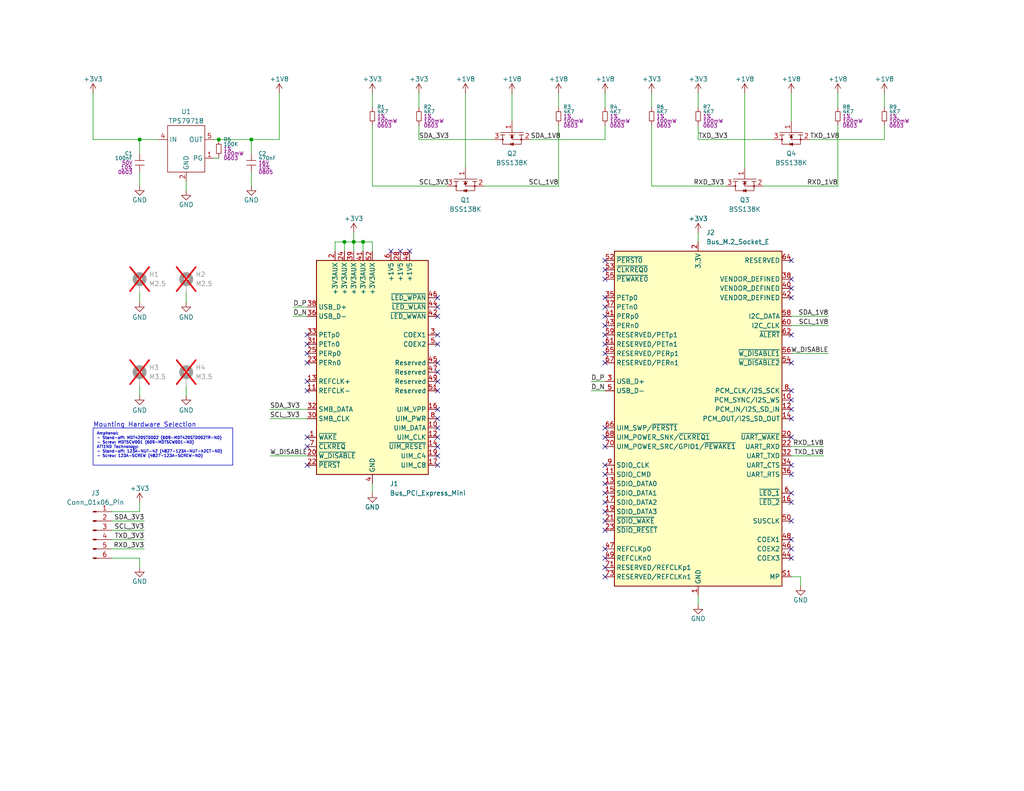
<source format=kicad_sch>
(kicad_sch (version 20250114) (generator "eeschema") (generator_version "9.0")
  (paper "USLetter")
  (lib_symbols
    (symbol "lib_sch:+1V8" (power) (pin_numbers (hide yes)) (pin_names (offset 0) (hide yes))
      (property "Value" "+1V8" (at 0 3.556 0))
      (symbol "+1V8_0_1"
        (polyline (pts (xy -0.762 1.27) (xy 0 2.54)))
        (polyline (pts (xy 0 2.54) (xy 0.762 1.27)))
        (polyline (pts (xy 0 0) (xy 0 2.54)))
      )
      (symbol "+1V8_1_1"
        (pin power_in line (at 0 0 90) (length 0) (name "~") (number "1"))
      )
    )
    (symbol "lib_sch:+3V3" (power) (pin_numbers (hide yes)) (pin_names (offset 0) (hide yes))
      (property "Value" "+3V3" (at 0 3.556 0))
      (symbol "+3V3_0_1"
        (polyline (pts (xy -0.762 1.27) (xy 0 2.54)))
        (polyline (pts (xy 0 2.54) (xy 0.762 1.27)))
        (polyline (pts (xy 0 0) (xy 0 2.54)))
      )
      (symbol "+3V3_1_1"
        (pin power_in line (at 0 0 90) (length 0) (name "~") (number "1"))
      )
    )
    (symbol "lib_sch:Bus_M.2_Socket_E"
      (property "Reference" "J2" (at 2.1941 50.8 0))
      (property "Value" "Bus_M.2_Socket_E" (at 2.1941 48.26 0))
      (symbol "Bus_M.2_Socket_E_0_1"
        (rectangle (start -22.86 45.72) (end 22.86 -45.72) (stroke (width 0.254)) (fill (type background)))
      )
      (symbol "Bus_M.2_Socket_E_1_1"
        (pin output line (at -25.4 43.18 0) (length 2.54) (name "~{PERST0}") (number "52"))
        (pin bidirectional line (at -25.4 40.64 0) (length 2.54) (name "~{CLKREQ0}") (number "53"))
        (pin bidirectional line (at -25.4 38.1 0) (length 2.54) (name "~{PEWAKE0}") (number "55"))
        (pin output line (at -25.4 33.02 0) (length 2.54) (name "PETp0") (number "35"))
        (pin output line (at -25.4 30.48 0) (length 2.54) (name "PETn0") (number "37"))
        (pin input line (at -25.4 27.94 0) (length 2.54) (name "PERp0") (number "41"))
        (pin input line (at -25.4 25.4 0) (length 2.54) (name "PERn0") (number "43"))
        (pin output line (at -25.4 22.86 0) (length 2.54) (name "RESERVED/PETp1") (number "59"))
        (pin output line (at -25.4 20.32 0) (length 2.54) (name "RESERVED/PETn1") (number "61"))
        (pin input line (at -25.4 17.78 0) (length 2.54) (name "RESERVED/PERp1") (number "65"))
        (pin input line (at -25.4 15.24 0) (length 2.54) (name "RESERVED/PERn1") (number "67"))
        (pin bidirectional line (at -25.4 10.16 0) (length 2.54) (name "USB_D+") (number "3"))
        (pin bidirectional line (at -25.4 7.62 0) (length 2.54) (name "USB_D-") (number "5"))
        (pin output line (at -25.4 -2.54 0) (length 2.54) (name "UIM_SWP/~{PERST1}") (number "66"))
        (pin bidirectional line (at -25.4 -5.08 0) (length 2.54) (name "UIM_POWER_SNK/~{CLKREQ1}") (number "68"))
        (pin bidirectional line (at -25.4 -7.62 0) (length 2.54) (name "UIM_POWER_SRC/GPIO1/~{PEWAKE1}") (number "70"))
        (pin output line (at -25.4 -12.7 0) (length 2.54) (name "SDIO_CLK") (number "9"))
        (pin bidirectional line (at -25.4 -15.24 0) (length 2.54) (name "SDIO_CMD") (number "11"))
        (pin bidirectional line (at -25.4 -17.78 0) (length 2.54) (name "SDIO_DATA0") (number "13"))
        (pin bidirectional line (at -25.4 -20.32 0) (length 2.54) (name "SDIO_DATA1") (number "15"))
        (pin bidirectional line (at -25.4 -22.86 0) (length 2.54) (name "SDIO_DATA2") (number "17"))
        (pin bidirectional line (at -25.4 -25.4 0) (length 2.54) (name "SDIO_DATA3") (number "19"))
        (pin input line (at -25.4 -27.94 0) (length 2.54) (name "~{SDIO_WAKE}") (number "21"))
        (pin output line (at -25.4 -30.48 0) (length 2.54) (name "~{SDIO_RESET}") (number "23"))
        (pin output line (at -25.4 -35.56 0) (length 2.54) (name "REFCLKp0") (number "47"))
        (pin output line (at -25.4 -38.1 0) (length 2.54) (name "REFCLKn0") (number "49"))
        (pin output line (at -25.4 -40.64 0) (length 2.54) (name "RESERVED/REFCLKp1") (number "71"))
        (pin output line (at -25.4 -43.18 0) (length 2.54) (name "RESERVED/REFCLKn1") (number "73"))
        (pin power_in line (at 0 48.26 270) (length 2.54) (name "3.3V") (number "2"))
        (pin passive line (at 0 48.26 270) (length 2.54) (hide yes) (name "3.3V") (number "4"))
        (pin passive line (at 0 48.26 270) (length 2.54) (hide yes) (name "3.3V") (number "72"))
        (pin passive line (at 0 48.26 270) (length 2.54) (hide yes) (name "3.3V") (number "74"))
        (pin power_in line (at 0 -48.26 90) (length 2.54) (name "GND") (number "1"))
        (pin passive line (at 0 -48.26 90) (length 2.54) (hide yes) (name "GND") (number "18"))
        (pin passive line (at 0 -48.26 90) (length 2.54) (hide yes) (name "GND") (number "33"))
        (pin passive line (at 0 -48.26 90) (length 2.54) (hide yes) (name "GND") (number "39"))
        (pin passive line (at 0 -48.26 90) (length 2.54) (hide yes) (name "GND") (number "45"))
        (pin passive line (at 0 -48.26 90) (length 2.54) (hide yes) (name "GND") (number "51"))
        (pin passive line (at 0 -48.26 90) (length 2.54) (hide yes) (name "GND") (number "57"))
        (pin passive line (at 0 -48.26 90) (length 2.54) (hide yes) (name "GND") (number "63"))
        (pin passive line (at 0 -48.26 90) (length 2.54) (hide yes) (name "GND") (number "69"))
        (pin passive line (at 0 -48.26 90) (length 2.54) (hide yes) (name "GND") (number "7"))
        (pin passive line (at 0 -48.26 90) (length 2.54) (hide yes) (name "GND") (number "75"))
        (pin passive line (at 25.4 43.18 180) (length 2.54) (name "RESERVED") (number "64"))
        (pin passive line (at 25.4 38.1 180) (length 2.54) (name "VENDOR_DEFINED") (number "38"))
        (pin passive line (at 25.4 35.56 180) (length 2.54) (name "VENDOR_DEFINED") (number "40"))
        (pin passive line (at 25.4 33.02 180) (length 2.54) (name "VENDOR_DEFINED") (number "42"))
        (pin bidirectional line (at 25.4 27.94 180) (length 2.54) (name "I2C_DATA") (number "58"))
        (pin output line (at 25.4 25.4 180) (length 2.54) (name "I2C_CLK") (number "60"))
        (pin input line (at 25.4 22.86 180) (length 2.54) (name "~{ALERT}") (number "62"))
        (pin output line (at 25.4 17.78 180) (length 2.54) (name "~{W_DISABLE1}") (number "56"))
        (pin output line (at 25.4 15.24 180) (length 2.54) (name "~{W_DISABLE2}") (number "54"))
        (pin bidirectional line (at 25.4 7.62 180) (length 2.54) (name "PCM_CLK/I2S_SCK") (number "8"))
        (pin bidirectional line (at 25.4 5.08 180) (length 2.54) (name "PCM_SYNC/I2S_WS") (number "10"))
        (pin input line (at 25.4 2.54 180) (length 2.54) (name "PCM_IN/I2S_SD_IN") (number "12"))
        (pin output line (at 25.4 0 180) (length 2.54) (name "PCM_OUT/I2S_SD_OUT") (number "14"))
        (pin input line (at 25.4 -5.08 180) (length 2.54) (name "~{UART_WAKE}") (number "20"))
        (pin input line (at 25.4 -7.62 180) (length 2.54) (name "UART_RXD") (number "22"))
        (pin output line (at 25.4 -10.16 180) (length 2.54) (name "UART_TXD") (number "32"))
        (pin input line (at 25.4 -12.7 180) (length 2.54) (name "UART_CTS") (number "34"))
        (pin output line (at 25.4 -15.24 180) (length 2.54) (name "UART_RTS") (number "36"))
        (pin open_collector line (at 25.4 -20.32 180) (length 2.54) (name "~{LED_1}") (number "6"))
        (pin open_collector line (at 25.4 -22.86 180) (length 2.54) (name "~{LED_2}") (number "16"))
        (pin output line (at 25.4 -27.94 180) (length 2.54) (name "SUSCLK") (number "50"))
        (pin bidirectional line (at 25.4 -33.02 180) (length 2.54) (name "COEX1") (number "48"))
        (pin bidirectional line (at 25.4 -35.56 180) (length 2.54) (name "COEX2") (number "46"))
        (pin bidirectional line (at 25.4 -38.1 180) (length 2.54) (name "COEX3") (number "44"))
        (pin passive line (at 25.4 -43.18 180) (length 2.54) (name "MP") (number "S1"))
        (pin passive line (at 25.4 -43.18 180) (length 2.54) (hide yes) (name "MP") (number "S2"))
      )
    )
    (symbol "lib_sch:Bus_PCI_Express_Mini"
      (property "Reference" "J" (at -16.51 31.75 0))
      (property "Value" "Bus_PCI_Express_Mini" (at 22.86 31.75 0))
      (symbol "Bus_PCI_Express_Mini_0_1"
        (rectangle (start -15.24 30.48) (end 15.24 -27.94) (stroke (width 0.254)) (fill (type background)))
      )
      (symbol "Bus_PCI_Express_Mini_1_1"
        (pin bidirectional line (at -17.78 17.78 0) (length 2.54) (name "USB_D+") (number "38"))
        (pin bidirectional line (at -17.78 15.24 0) (length 2.54) (name "USB_D-") (number "36"))
        (pin input line (at -17.78 10.16 0) (length 2.54) (name "PETp0") (number "33"))
        (pin input line (at -17.78 7.62 0) (length 2.54) (name "PETn0") (number "31"))
        (pin output line (at -17.78 5.08 0) (length 2.54) (name "PERp0") (number "25"))
        (pin output line (at -17.78 2.54 0) (length 2.54) (name "PERn0") (number "23"))
        (pin input line (at -17.78 -2.54 0) (length 2.54) (name "REFCLK+") (number "13"))
        (pin input line (at -17.78 -5.08 0) (length 2.54) (name "REFCLK-") (number "11"))
        (pin bidirectional line (at -17.78 -10.16 0) (length 2.54) (name "SMB_DATA") (number "32"))
        (pin input line (at -17.78 -12.7 0) (length 2.54) (name "SMB_CLK") (number "30"))
        (pin open_collector line (at -17.78 -17.78 0) (length 2.54) (name "~{WAKE}") (number "1"))
        (pin open_collector line (at -17.78 -20.32 0) (length 2.54) (name "~{CLKREQ}") (number "7"))
        (pin input line (at -17.78 -22.86 0) (length 2.54) (name "~{W_DISABLE}") (number "20"))
        (pin input line (at -17.78 -25.4 0) (length 2.54) (name "~{PERST}") (number "22"))
        (pin power_in line (at -10.16 33.02 270) (length 2.54) (name "+3V3AUX") (number "2"))
        (pin power_in line (at -7.62 33.02 270) (length 2.54) (name "+3V3AUX") (number "24"))
        (pin power_in line (at -5.08 33.02 270) (length 2.54) (name "+3V3AUX") (number "39"))
        (pin power_in line (at -2.54 33.02 270) (length 2.54) (name "+3V3AUX") (number "41"))
        (pin power_in line (at 0 33.02 270) (length 2.54) (name "+3V3AUX") (number "52"))
        (pin passive line (at 0 -30.48 90) (length 2.54) (hide yes) (name "GND") (number "15"))
        (pin passive line (at 0 -30.48 90) (length 2.54) (hide yes) (name "GND") (number "18"))
        (pin passive line (at 0 -30.48 90) (length 2.54) (hide yes) (name "GND") (number "21"))
        (pin passive line (at 0 -30.48 90) (length 2.54) (hide yes) (name "GND") (number "26"))
        (pin passive line (at 0 -30.48 90) (length 2.54) (hide yes) (name "GND") (number "27"))
        (pin passive line (at 0 -30.48 90) (length 2.54) (hide yes) (name "GND") (number "29"))
        (pin passive line (at 0 -30.48 90) (length 2.54) (hide yes) (name "GND") (number "34"))
        (pin passive line (at 0 -30.48 90) (length 2.54) (hide yes) (name "GND") (number "35"))
        (pin passive line (at 0 -30.48 90) (length 2.54) (hide yes) (name "GND") (number "37"))
        (pin power_in line (at 0 -30.48 90) (length 2.54) (name "GND") (number "4"))
        (pin passive line (at 0 -30.48 90) (length 2.54) (hide yes) (name "GND") (number "40"))
        (pin passive line (at 0 -30.48 90) (length 2.54) (hide yes) (name "GND") (number "43"))
        (pin passive line (at 0 -30.48 90) (length 2.54) (hide yes) (name "GND") (number "50"))
        (pin passive line (at 0 -30.48 90) (length 2.54) (hide yes) (name "GND") (number "9"))
        (pin power_in line (at 5.08 33.02 270) (length 2.54) (name "+1V5") (number "6"))
        (pin power_in line (at 7.62 33.02 270) (length 2.54) (name "+1V5") (number "28"))
        (pin power_in line (at 10.16 33.02 270) (length 2.54) (name "+1V5") (number "48"))
        (pin open_collector line (at 17.78 20.32 180) (length 2.54) (name "~{LED_WPAN}") (number "46"))
        (pin open_collector line (at 17.78 17.78 180) (length 2.54) (name "~{LED_WLAN}") (number "44"))
        (pin open_collector line (at 17.78 15.24 180) (length 2.54) (name "~{LED_WWAN}") (number "42"))
        (pin passive line (at 17.78 10.16 180) (length 2.54) (name "COEX1") (number "3"))
        (pin passive line (at 17.78 7.62 180) (length 2.54) (name "COEX2") (number "5"))
        (pin passive line (at 17.78 2.54 180) (length 2.54) (name "Reserved") (number "45"))
        (pin passive line (at 17.78 0 180) (length 2.54) (name "Reserved") (number "47"))
        (pin passive line (at 17.78 -2.54 180) (length 2.54) (name "Reserved") (number "49"))
        (pin passive line (at 17.78 -5.08 180) (length 2.54) (name "Reserved") (number "51"))
        (pin power_out line (at 17.78 -10.16 180) (length 2.54) (name "UIM_VPP") (number "16"))
        (pin power_out line (at 17.78 -12.7 180) (length 2.54) (name "UIM_PWR") (number "8"))
        (pin bidirectional line (at 17.78 -15.24 180) (length 2.54) (name "UIM_DATA") (number "10"))
        (pin output line (at 17.78 -17.78 180) (length 2.54) (name "UIM_CLK") (number "12"))
        (pin output line (at 17.78 -20.32 180) (length 2.54) (name "~{UIM_RESET}") (number "14"))
        (pin passive line (at 17.78 -22.86 180) (length 2.54) (name "UIM_C4") (number "19"))
        (pin passive line (at 17.78 -25.4 180) (length 2.54) (name "UIM_C8") (number "17"))
      )
    )
    (symbol "lib_sch:C" (pin_numbers (hide yes)) (pin_names (hide yes))
      (property "Reference" "C?" (at 1.905 2.54 0))
      (property "Value" "CAP" (at 1.905 1.27 0))
      (property "Tolerance" "TOL" (at 1.905 -1.27 0))
      (property "Voltage Rating" "VOLTAGE" (at 1.905 0 0))
      (property "Package" "PKG" (at 1.905 -2.54 0))
      (symbol "C_0_1"
        (polyline (pts (xy -1.27 0.635) (xy 1.27 0.635)))
        (polyline (pts (xy -1.27 -0.635) (xy 1.27 -0.635)))
      )
      (symbol "C_1_1"
        (pin passive line (at 0 2.54 270) (length 1.905) (name "") (number "1"))
        (pin passive line (at 0 -2.54 90) (length 1.905) (name "") (number "2"))
      )
    )
    (symbol "lib_sch:Conn_01x06_Pin" (pin_names (offset 1.016) (hide yes))
      (property "Reference" "J" (at 0 7.62 0))
      (property "Value" "Conn_01x06_Pin" (at 0 -10.16 0))
      (symbol "Conn_01x06_Pin_1_1"
        (rectangle (start 0.8636 5.207) (end 0 4.953) (stroke (width 0.1524)) (fill (type outline)))
        (rectangle (start 0.8636 2.667) (end 0 2.413) (stroke (width 0.1524)) (fill (type outline)))
        (rectangle (start 0.8636 0.127) (end 0 -0.127) (stroke (width 0.1524)) (fill (type outline)))
        (rectangle (start 0.8636 -2.413) (end 0 -2.667) (stroke (width 0.1524)) (fill (type outline)))
        (rectangle (start 0.8636 -4.953) (end 0 -5.207) (stroke (width 0.1524)) (fill (type outline)))
        (rectangle (start 0.8636 -7.493) (end 0 -7.747) (stroke (width 0.1524)) (fill (type outline)))
        (polyline (pts (xy 1.27 5.08) (xy 0.8636 5.08)) (stroke (width 0.1524)))
        (polyline (pts (xy 1.27 2.54) (xy 0.8636 2.54)) (stroke (width 0.1524)))
        (polyline (pts (xy 1.27 0) (xy 0.8636 0)) (stroke (width 0.1524)))
        (polyline (pts (xy 1.27 -2.54) (xy 0.8636 -2.54)) (stroke (width 0.1524)))
        (polyline (pts (xy 1.27 -5.08) (xy 0.8636 -5.08)) (stroke (width 0.1524)))
        (polyline (pts (xy 1.27 -7.62) (xy 0.8636 -7.62)) (stroke (width 0.1524)))
        (pin passive line (at 5.08 5.08 180) (length 3.81) (name "Pin_1") (number "1"))
        (pin passive line (at 5.08 2.54 180) (length 3.81) (name "Pin_2") (number "2"))
        (pin passive line (at 5.08 0 180) (length 3.81) (name "Pin_3") (number "3"))
        (pin passive line (at 5.08 -2.54 180) (length 3.81) (name "Pin_4") (number "4"))
        (pin passive line (at 5.08 -5.08 180) (length 3.81) (name "Pin_5") (number "5"))
        (pin passive line (at 5.08 -7.62 180) (length 3.81) (name "Pin_6") (number "6"))
      )
    )
    (symbol "lib_sch:GND" (power) (pin_numbers (hide yes)) (pin_names (offset 0) (hide yes))
      (property "Value" "GND" (at 0 -3.81 0))
      (symbol "GND_0_1"
        (polyline (pts (xy 0 0) (xy 0 -1.27) (xy 1.27 -1.27) (xy 0 -2.54) (xy -1.27 -1.27) (xy 0 -1.27)))
      )
      (symbol "GND_1_1"
        (pin power_in line (at 0 0 270) (length 0) (name "~") (number "1"))
      )
    )
    (symbol "lib_sch:MountingHole_Pad" (pin_numbers (hide yes)) (pin_names (offset 1.016) (hide yes)) (exclude_from_sim yes) (in_bom no)
      (property "Reference" "H1" (at 2.54 2.5401 0))
      (property "Value" "M2.6" (at 2.54 0.0001 0))
      (symbol "MountingHole_Pad_0_1"
        (circle (center 0 1.27) (radius 1.27) (stroke (width 1.27)))
      )
      (symbol "MountingHole_Pad_1_1"
        (pin input line (at 0 -2.54 90) (length 2.54) (name "1") (number "1"))
      )
    )
    (symbol "lib_sch:NMOS_GSD" (pin_names (hide yes))
      (property "Reference" "Q" (at 0 1.778 0))
      (symbol "NMOS_GSD_0_1"
        (polyline (pts (xy -3.175 -1.27) (xy -1.905 -1.27)))
        (polyline (pts (xy -2.54 -1.27) (xy -2.54 0) (xy -3.175 0)))
        (polyline (pts (xy -0.635 -1.27) (xy 0.635 -1.27)))
        (polyline (pts (xy 0 0) (xy 0 -0.508)))
        (polyline (pts (xy 1.905 -1.27) (xy 3.175 -1.27)))
        (polyline (pts (xy 2.54 -1.27) (xy 2.54 0) (xy 3.175 0)))
      )
      (symbol "NMOS_GSD_1_0"
        (pin passive line (at -5.08 0 0) (length 1.905) (name "") (number "3"))
        (pin passive line (at 0 -5.08 90) (length 3.175) (name "") (number "1"))
        (pin passive line (at 5.08 0 180) (length 1.905) (name "") (number "2"))
      )
      (symbol "NMOS_GSD_1_1"
        (polyline (pts (xy -3.175 -1.905) (xy 3.175 -1.905)))
        (circle (center -2.54 0) (radius 0.1796) (fill (type outline)))
        (polyline (pts (xy -2.54 0) (xy -2.54 1.27) (xy -0.381 1.27)))
        (polyline (pts (xy -0.381 1.651) (xy -0.381 0.889)))
        (polyline (pts (xy -0.381 1.27) (xy 0.381 0.889) (xy 0.381 1.651) (xy -0.381 1.27)) (fill (type outline)))
        (polyline (pts (xy 0 0) (xy 2.54 0)))
        (polyline (pts (xy 0 -1.27) (xy 0.381 -0.508) (xy -0.381 -0.508) (xy 0 -1.27)) (fill (type outline)))
        (polyline (pts (xy 0.381 1.27) (xy 2.54 1.27) (xy 2.54 0)))
        (circle (center 2.54 0) (radius 0.1796) (fill (type outline)))
      )
    )
    (symbol "lib_sch:R"
      (property "Reference" "R?" (at 1.27 2.54 0))
      (property "Value" "VAL" (at 1.27 1.27 0))
      (property "Tolerance" "TOL" (at 1.27 0 0))
      (property "Power Rating" "PWR" (at 1.27 -1.27 0))
      (property "Package" "PKG" (at 1.27 -2.54 0))
      (symbol "R_0_1"
        (polyline (pts (xy -0.635 1.27) (xy -0.635 -1.27) (xy 0.635 -1.27) (xy 0.635 1.27) (xy -0.635 1.27)))
      )
      (symbol "R_1_1"
        (pin passive line (at 0 2.54 270) (length 1.27) (name "") (number "1"))
        (pin passive line (at 0 -2.54 90) (length 1.27) (name "") (number "2"))
      )
    )
    (symbol "lib_sch:TPS797xx-Q1"
      (property "Reference" "U" (at 0 7.366 0))
      (symbol "TPS797xx-Q1_0_1"
        (rectangle (start -5.08 6.35) (end 5.08 -6.35))
      )
      (symbol "TPS797xx-Q1_1_1"
        (pin power_in line (at -7.62 2.54 0) (length 2.54) (name "IN") (number "4"))
        (pin no_connect line (at -7.62 -2.54 0) (length 2.54) (hide yes) (name "NC") (number "3"))
        (pin passive line (at 0 -8.89 90) (length 2.54) (name "GND") (number "2"))
        (pin power_out line (at 7.62 2.54 180) (length 2.54) (name "OUT") (number "5"))
        (pin open_collector line (at 7.62 -2.54 180) (length 2.54) (name "PG") (number "1"))
      )
    )
  )
  (text "Mounting Hardware Selection" (at 25.4 116.84 0) (effects (font (size 1.27 1.27)) (justify left bottom)))
  (text_box "Amphenol:\n- Stand-off: MDT420STD002 (609-MDT420STD002TR-ND)\n- Screw: MDTSCW001 (609-MDTSCW001-ND)\nATTEND Technology: \n- Stand-off: 123A-NUT-42 (4827-123A-NUT-42CT-ND)\n- Screw: 123A-SCREW (4827-123A-SCREW-ND)" (at 25.4 116.84 0) (size 38.1 10.16) (margins 0.9525 0.9525 0.9525 0.9525) (effects (font (size 0.762 0.762)) (justify left top)))
  (junction (at 59.69 38.1))
  (junction (at 96.52 66.04))
  (junction (at 93.98 66.04))
  (junction (at 68.58 38.1))
  (junction (at 38.1 38.1))
  (junction (at 99.06 66.04))
  (no_connect (at 119.38 93.98))
  (no_connect (at 165.1 127))
  (no_connect (at 165.1 119.38))
  (no_connect (at 119.38 116.84))
  (no_connect (at 165.1 142.24))
  (no_connect (at 215.9 114.3))
  (no_connect (at 215.9 99.06))
  (no_connect (at 119.38 91.44))
  (no_connect (at 165.1 76.2))
  (no_connect (at 165.1 86.36))
  (no_connect (at 165.1 93.98))
  (no_connect (at 119.38 101.6))
  (no_connect (at 165.1 116.84))
  (no_connect (at 165.1 99.06))
  (no_connect (at 165.1 73.66))
  (no_connect (at 165.1 149.86))
  (no_connect (at 165.1 134.62))
  (no_connect (at 165.1 132.08))
  (no_connect (at 215.9 91.44))
  (no_connect (at 215.9 71.12))
  (no_connect (at 83.82 96.52))
  (no_connect (at 119.38 86.36))
  (no_connect (at 215.9 152.4))
  (no_connect (at 215.9 129.54))
  (no_connect (at 106.68 68.58))
  (no_connect (at 119.38 121.92))
  (no_connect (at 215.9 127))
  (no_connect (at 83.82 127))
  (no_connect (at 165.1 71.12))
  (no_connect (at 119.38 81.28))
  (no_connect (at 215.9 81.28))
  (no_connect (at 165.1 139.7))
  (no_connect (at 165.1 91.44))
  (no_connect (at 83.82 99.06))
  (no_connect (at 165.1 144.78))
  (no_connect (at 165.1 157.48))
  (no_connect (at 165.1 121.92))
  (no_connect (at 165.1 152.4))
  (no_connect (at 119.38 106.68))
  (no_connect (at 111.76 68.58))
  (no_connect (at 165.1 137.16))
  (no_connect (at 165.1 129.54))
  (no_connect (at 83.82 119.38))
  (no_connect (at 215.9 119.38))
  (no_connect (at 119.38 99.06))
  (no_connect (at 109.22 68.58))
  (no_connect (at 215.9 78.74))
  (no_connect (at 215.9 76.2))
  (no_connect (at 165.1 88.9))
  (no_connect (at 215.9 109.22))
  (no_connect (at 119.38 124.46))
  (no_connect (at 119.38 127))
  (no_connect (at 165.1 83.82))
  (no_connect (at 119.38 119.38))
  (no_connect (at 83.82 93.98))
  (no_connect (at 215.9 137.16))
  (no_connect (at 215.9 106.68))
  (no_connect (at 215.9 111.76))
  (no_connect (at 119.38 104.14))
  (no_connect (at 119.38 114.3))
  (no_connect (at 215.9 134.62))
  (no_connect (at 83.82 104.14))
  (no_connect (at 215.9 142.24))
  (no_connect (at 119.38 111.76))
  (no_connect (at 119.38 83.82))
  (no_connect (at 83.82 91.44))
  (no_connect (at 215.9 147.32))
  (no_connect (at 215.9 149.86))
  (no_connect (at 83.82 106.68))
  (no_connect (at 83.82 121.92))
  (no_connect (at 165.1 96.52))
  (no_connect (at 165.1 154.94))
  (no_connect (at 165.1 81.28))
  (wire (pts (xy 30.48 147.32) (xy 39.37 147.32)))
  (wire (pts (xy 93.98 66.04) (xy 93.98 68.58)))
  (wire (pts (xy 190.5 162.56) (xy 190.5 165.1)))
  (wire (pts (xy 38.1 38.1) (xy 38.1 41.91)))
  (wire (pts (xy 96.52 66.04) (xy 99.06 66.04)))
  (wire (pts (xy 76.2 25.4) (xy 76.2 38.1)))
  (wire (pts (xy 30.48 144.78) (xy 39.37 144.78)))
  (wire (pts (xy 38.1 38.1) (xy 43.18 38.1)))
  (wire (pts (xy 58.42 43.18) (xy 59.69 43.18)))
  (wire (pts (xy 25.4 38.1) (xy 25.4 25.4)))
  (wire (pts (xy 73.66 124.46) (xy 83.82 124.46)))
  (wire (pts (xy 50.8 80.01) (xy 50.8 82.55)))
  (wire (pts (xy 177.8 25.4) (xy 177.8 29.21)))
  (wire (pts (xy 139.7 25.4) (xy 139.7 33.02)))
  (wire (pts (xy 228.6 50.8) (xy 208.28 50.8)))
  (wire (pts (xy 101.6 68.58) (xy 101.6 66.04)))
  (wire (pts (xy 101.6 25.4) (xy 101.6 29.21)))
  (wire (pts (xy 215.9 96.52) (xy 226.06 96.52)))
  (wire (pts (xy 101.6 132.08) (xy 101.6 134.62)))
  (wire (pts (xy 241.3 25.4) (xy 241.3 29.21)))
  (wire (pts (xy 215.9 86.36) (xy 226.06 86.36)))
  (wire (pts (xy 127 25.4) (xy 127 45.72)))
  (wire (pts (xy 38.1 137.16) (xy 38.1 139.7)))
  (wire (pts (xy 228.6 25.4) (xy 228.6 29.21)))
  (wire (pts (xy 68.58 46.99) (xy 68.58 50.8)))
  (wire (pts (xy 218.44 160.02) (xy 218.44 157.48)))
  (wire (pts (xy 190.5 38.1) (xy 190.5 34.29)))
  (wire (pts (xy 50.8 105.41) (xy 50.8 107.95)))
  (wire (pts (xy 134.62 38.1) (xy 114.3 38.1)))
  (wire (pts (xy 228.6 34.29) (xy 228.6 50.8)))
  (wire (pts (xy 161.29 106.68) (xy 165.1 106.68)))
  (wire (pts (xy 152.4 50.8) (xy 132.08 50.8)))
  (wire (pts (xy 241.3 38.1) (xy 241.3 34.29)))
  (wire (pts (xy 38.1 46.99) (xy 38.1 50.8)))
  (wire (pts (xy 215.9 121.92) (xy 224.79 121.92)))
  (wire (pts (xy 114.3 38.1) (xy 114.3 34.29)))
  (wire (pts (xy 144.78 38.1) (xy 165.1 38.1)))
  (wire (pts (xy 215.9 124.46) (xy 224.79 124.46)))
  (wire (pts (xy 203.2 25.4) (xy 203.2 45.72)))
  (wire (pts (xy 215.9 88.9) (xy 226.06 88.9)))
  (wire (pts (xy 96.52 68.58) (xy 96.52 66.04)))
  (wire (pts (xy 38.1 105.41) (xy 38.1 107.95)))
  (wire (pts (xy 220.98 38.1) (xy 241.3 38.1)))
  (wire (pts (xy 99.06 66.04) (xy 101.6 66.04)))
  (wire (pts (xy 38.1 80.01) (xy 38.1 82.55)))
  (wire (pts (xy 30.48 149.86) (xy 39.37 149.86)))
  (wire (pts (xy 59.69 38.1) (xy 68.58 38.1)))
  (wire (pts (xy 121.92 50.8) (xy 101.6 50.8)))
  (wire (pts (xy 114.3 25.4) (xy 114.3 29.21)))
  (wire (pts (xy 38.1 154.94) (xy 38.1 152.4)))
  (wire (pts (xy 218.44 157.48) (xy 215.9 157.48)))
  (wire (pts (xy 152.4 34.29) (xy 152.4 50.8)))
  (wire (pts (xy 30.48 142.24) (xy 39.37 142.24)))
  (wire (pts (xy 165.1 38.1) (xy 165.1 34.29)))
  (wire (pts (xy 152.4 25.4) (xy 152.4 29.21)))
  (wire (pts (xy 101.6 50.8) (xy 101.6 34.29)))
  (wire (pts (xy 99.06 68.58) (xy 99.06 66.04)))
  (wire (pts (xy 38.1 152.4) (xy 30.48 152.4)))
  (wire (pts (xy 80.01 86.36) (xy 83.82 86.36)))
  (wire (pts (xy 38.1 38.1) (xy 25.4 38.1)))
  (wire (pts (xy 58.42 38.1) (xy 59.69 38.1)))
  (wire (pts (xy 210.82 38.1) (xy 190.5 38.1)))
  (wire (pts (xy 91.44 66.04) (xy 93.98 66.04)))
  (wire (pts (xy 177.8 50.8) (xy 198.12 50.8)))
  (wire (pts (xy 190.5 63.5) (xy 190.5 66.04)))
  (wire (pts (xy 73.66 114.3) (xy 83.82 114.3)))
  (wire (pts (xy 161.29 104.14) (xy 165.1 104.14)))
  (wire (pts (xy 190.5 25.4) (xy 190.5 29.21)))
  (wire (pts (xy 215.9 25.4) (xy 215.9 33.02)))
  (wire (pts (xy 68.58 38.1) (xy 76.2 38.1)))
  (wire (pts (xy 96.52 63.5) (xy 96.52 66.04)))
  (wire (pts (xy 73.66 111.76) (xy 83.82 111.76)))
  (wire (pts (xy 80.01 83.82) (xy 83.82 83.82)))
  (wire (pts (xy 38.1 139.7) (xy 30.48 139.7)))
  (wire (pts (xy 91.44 68.58) (xy 91.44 66.04)))
  (wire (pts (xy 93.98 66.04) (xy 96.52 66.04)))
  (wire (pts (xy 68.58 38.1) (xy 68.58 41.91)))
  (wire (pts (xy 50.8 49.53) (xy 50.8 52.07)))
  (wire (pts (xy 177.8 50.8) (xy 177.8 34.29)))
  (wire (pts (xy 165.1 25.4) (xy 165.1 29.21)))
  (label "TXD_3V3" (at 190.5 38.1 0))
  (label "SCL_3V3" (at 39.37 144.78 180))
  (label "TXD_1V8" (at 220.98 38.1 0))
  (label "SDA_1V8" (at 226.06 86.36 180))
  (label "SCL_3V3" (at 73.66 114.3 0))
  (label "SCL_1V8" (at 152.4 50.8 180))
  (label "W_DISABLE" (at 226.06 96.52 180))
  (label "TXD_1V8" (at 224.79 124.46 180))
  (label "D_N" (at 80.01 86.36 0))
  (label "D_N" (at 161.29 106.68 0))
  (label "D_P" (at 161.29 104.14 0))
  (label "SDA_3V3" (at 39.37 142.24 180))
  (label "SCL_3V3" (at 114.3 50.8 0))
  (label "W_DISABLE" (at 73.66 124.46 0))
  (label "RXD_3V3" (at 39.37 149.86 180))
  (label "SDA_3V3" (at 114.3 38.1 0))
  (label "RXD_3V3" (at 189.23 50.8 0))
  (label "TXD_3V3" (at 39.37 147.32 180))
  (label "SDA_3V3" (at 73.66 111.76 0))
  (label "SDA_1V8" (at 144.78 38.1 0))
  (label "D_P" (at 80.01 83.82 0))
  (label "SCL_1V8" (at 226.06 88.9 180))
  (label "RXD_1V8" (at 228.6 50.8 180))
  (label "RXD_1V8" (at 224.79 121.92 180))
  (symbol (lib_id "lib_sch:NMOS_GSD") (at 139.7 38.1 0) (mirror x) (unit 1)
    (property "Reference" "Q2" (at 139.7 41.91 0))
    (property "Value" "BSS138K" (at 139.7 44.45 0))
    (property "Footprint" "lib_fp:SOT23-3P95_237X112L50X40N" (effects (hide yes)))
    (property "Datasheet" "datasheets/Diodes-Incorporated-BSS138K.pdf" (effects (hide yes)))
    (property "Description" "MOSFET N-CH 50V 310MA SOT23" (effects (hide yes)))
    (property "Manufacturer" "Diodes Incorporated" (effects (hide yes)))
    (property "MPN" "BSS138K-13" (effects (hide yes)))
    (property "DKPN" "BSS138K-13DICT-ND" (effects (hide yes)))
  )
  (symbol (lib_id "lib_sch:Bus_M.2_Socket_E") (at 190.5 114.3 0) (unit 1)
    (property "Reference" "J2" (at 192.6941 63.5 0) (effects (justify left)))
    (property "Value" "Bus_M.2_Socket_E" (at 192.6941 66.04 0) (effects (justify left)))
    (property "Footprint" "lib_fp:MDT420E01001" (effects (hide yes)))
    (property "Datasheet" "datasheets/Amphenol-SSIO-PCIe-M2-Drawing.pdf" (effects (hide yes)))
    (property "Description" "CONN M.2 FMALE 67POS 0.020 GOLD" (effects (hide yes)))
    (property "Manufacturer" "Amphenol ICC (FCI)" (effects (hide yes)))
    (property "MPN" "MDT420E01001" (effects (hide yes)))
    (property "DKPN" "MDT420E01001CT-ND" (effects (hide yes)))
  )
  (symbol (lib_id "lib_sch:+3V3") (at 25.4 25.4 0) (unit 1)
    (property "Reference" "#PWR012" (effects (hide yes)))
    (property "Value" "+3V3" (at 25.4 21.59 0))
    (property "Description" "Power symbol creates a global label with name \"+3V3\"" (effects (hide yes)))
  )
  (symbol (lib_id "lib_sch:+1V8") (at 241.3 25.4 0) (unit 1)
    (property "Reference" "#PWR026" (effects (hide yes)))
    (property "Value" "+1V8" (at 241.3 21.59 0))
    (property "Description" "Power symbol creates a global label with name \"+1V8\"" (effects (hide yes)))
  )
  (symbol (lib_id "lib_sch:GND") (at 38.1 50.8 0) (unit 1)
    (property "Reference" "#PWR014" (effects (hide yes)))
    (property "Value" "GND" (at 38.1 54.61 0))
    (property "Description" "Power symbol creates a global label with name \"GND\" , ground" (effects (hide yes)))
  )
  (symbol (lib_id "lib_sch:GND") (at 218.44 160.02 0) (unit 1)
    (property "Reference" "#PWR016" (effects (hide yes)))
    (property "Value" "GND" (at 218.44 163.83 0))
    (property "Description" "Power symbol creates a global label with name \"GND\" , ground" (effects (hide yes)))
  )
  (symbol (lib_id "lib_sch:R") (at 228.6 31.75 0) (unit 1)
    (property "Reference" "R8" (at 229.87 29.21 0) (effects (font (size 1.016 1.016)) (justify left)))
    (property "Value" "4K7" (at 229.87 30.48 0) (effects (font (size 1.016 1.016)) (justify left)))
    (property "Footprint" "lib_fp:CRCW0603" (effects (hide yes)))
    (property "Datasheet" "datasheets/Vishay-Dale-DRCWe3.pdf" (effects (hide yes)))
    (property "Description" "RES SMD 4.7K OHM 1% 1/10W 0603" (effects (hide yes)))
    (property "Manufacturer" "Vishay Dale" (effects (hide yes)))
    (property "MPN" "CRCW06034K70FKEA" (effects (hide yes)))
    (property "DKPN" "541-4.70KHCT-ND" (effects (hide yes)))
    (property "Tolerance" "1%" (at 229.87 31.75 0) (effects (font (size 1.016 1.016)) (justify left)))
    (property "Power Rating" "100mW" (at 229.87 33.02 0) (effects (font (size 1.016 1.016)) (justify left)))
    (property "Package" "0603" (at 229.87 34.29 0) (effects (font (size 1.016 1.016)) (justify left)))
  )
  (symbol (lib_id "lib_sch:GND") (at 38.1 107.95 0) (unit 1)
    (property "Reference" "#PWR019" (effects (hide yes)))
    (property "Value" "GND" (at 38.1 112.014 0))
    (property "Description" "Power symbol creates a global label with name \"GND\" , ground" (effects (hide yes)))
  )
  (symbol (lib_id "lib_sch:GND") (at 190.5 165.1 0) (unit 1)
    (property "Reference" "#PWR03" (effects (hide yes)))
    (property "Value" "GND" (at 190.5 168.91 0))
    (property "Description" "Power symbol creates a global label with name \"GND\" , ground" (effects (hide yes)))
  )
  (symbol (lib_id "lib_sch:+1V8") (at 215.9 25.4 0) (unit 1)
    (property "Reference" "#PWR024" (effects (hide yes)))
    (property "Value" "+1V8" (at 215.9 21.59 0))
    (property "Description" "Power symbol creates a global label with name \"+1V8\"" (effects (hide yes)))
  )
  (symbol (lib_id "lib_sch:MountingHole_Pad") (at 38.1 77.47 0) (unit 1) (exclude_from_sim yes) (in_bom no) (dnp yes)
    (property "Reference" "H1" (at 40.64 74.9299 0) (effects (justify left)))
    (property "Value" "M2.5" (at 40.64 77.4699 0) (effects (justify left)))
    (property "Footprint" "lib_fp:M2.5_MH" (effects (hide yes)))
    (property "Description" "Mounting Hole with connection" (effects (hide yes)))
  )
  (symbol (lib_id "lib_sch:MountingHole_Pad") (at 50.8 77.47 0) (unit 1) (exclude_from_sim yes) (in_bom no) (dnp yes)
    (property "Reference" "H2" (at 53.34 74.9299 0) (effects (justify left)))
    (property "Value" "M2.5" (at 53.34 77.4699 0) (effects (justify left)))
    (property "Footprint" "lib_fp:M2.5_MH" (effects (hide yes)))
    (property "Description" "Mounting Hole with connection" (effects (hide yes)))
  )
  (symbol (lib_id "lib_sch:+3V3") (at 114.3 25.4 0) (unit 1)
    (property "Reference" "#PWR09" (effects (hide yes)))
    (property "Value" "+3V3" (at 114.3 21.59 0))
    (property "Description" "Power symbol creates a global label with name \"+3V3\"" (effects (hide yes)))
  )
  (symbol (lib_id "lib_sch:+1V8") (at 76.2 25.4 0) (unit 1)
    (property "Reference" "#PWR013" (effects (hide yes)))
    (property "Value" "+1V8" (at 76.2 21.59 0))
    (property "Description" "Power symbol creates a global label with name \"+1V8\"" (effects (hide yes)))
  )
  (symbol (lib_id "lib_sch:+1V8") (at 139.7 25.4 0) (unit 1)
    (property "Reference" "#PWR05" (effects (hide yes)))
    (property "Value" "+1V8" (at 139.7 21.59 0))
    (property "Description" "Power symbol creates a global label with name \"+1V8\"" (effects (hide yes)))
  )
  (symbol (lib_id "lib_sch:MountingHole_Pad") (at 38.1 102.87 0) (unit 1) (exclude_from_sim yes) (in_bom no) (dnp yes)
    (property "Reference" "H3" (at 40.64 100.3299 0) (effects (justify left)))
    (property "Value" "M3.5" (at 40.64 102.8699 0) (effects (justify left)))
    (property "Footprint" "lib_fp:MountingHole_3.5mm_Pad_Via" (effects (hide yes)))
    (property "Description" "Mounting Hole with connection" (effects (hide yes)))
    (property "Manufacturer" "Amphenol ICC (FCI)/ATTEND Technology" (effects (hide yes)))
    (property "MPN" "MDT420STD002/123A-NUT-42" (effects (hide yes)))
    (property "DKPN" "609-MDT420STD002TR-ND/4827-123A-NUT-42CT-ND" (effects (hide yes)))
  )
  (symbol (lib_id "lib_sch:Conn_01x06_Pin") (at 25.4 144.78 0) (unit 1)
    (property "Reference" "J3" (at 26.035 134.62 0))
    (property "Value" "Conn_01x06_Pin" (at 26.035 137.16 0))
    (property "Footprint" "DS-Rectangular-Connectors:conn_01x06_254" (effects (hide yes)))
    (property "Description" "Generic connector, single row, 01x06, script generated" (effects (hide yes)))
  )
  (symbol (lib_id "lib_sch:+3V3") (at 190.5 63.5 0) (unit 1)
    (property "Reference" "#PWR04" (effects (hide yes)))
    (property "Value" "+3V3" (at 190.5 59.69 0))
    (property "Description" "Power symbol creates a global label with name \"+3V3\"" (effects (hide yes)))
  )
  (symbol (lib_id "lib_sch:NMOS_GSD") (at 127 50.8 0) (mirror x) (unit 1)
    (property "Reference" "Q1" (at 127 54.61 0))
    (property "Value" "BSS138K" (at 127 57.15 0))
    (property "Footprint" "lib_fp:SOT23-3P95_237X112L50X40N" (effects (hide yes)))
    (property "Datasheet" "datasheets/Diodes-Incorporated-BSS138K.pdf" (effects (hide yes)))
    (property "Description" "MOSFET N-CH 50V 310MA SOT23" (effects (hide yes)))
    (property "Manufacturer" "Diodes Incorporated" (effects (hide yes)))
    (property "MPN" "BSS138K-13" (effects (hide yes)))
    (property "DKPN" "BSS138K-13DICT-ND" (effects (hide yes)))
  )
  (symbol (lib_id "lib_sch:R") (at 177.8 31.75 0) (unit 1)
    (property "Reference" "R6" (at 179.07 29.21 0) (effects (font (size 1.016 1.016)) (justify left)))
    (property "Value" "4K7" (at 179.07 30.48 0) (effects (font (size 1.016 1.016)) (justify left)))
    (property "Footprint" "lib_fp:CRCW0603" (effects (hide yes)))
    (property "Datasheet" "datasheets/Vishay-Dale-DRCWe3.pdf" (effects (hide yes)))
    (property "Description" "RES SMD 4.7K OHM 1% 1/10W 0603" (effects (hide yes)))
    (property "Manufacturer" "Vishay Dale" (effects (hide yes)))
    (property "MPN" "CRCW06034K70FKEA" (effects (hide yes)))
    (property "DKPN" "541-4.70KHCT-ND" (effects (hide yes)))
    (property "Tolerance" "1%" (at 179.07 31.75 0) (effects (font (size 1.016 1.016)) (justify left)))
    (property "Power Rating" "100mW" (at 179.07 33.02 0) (effects (font (size 1.016 1.016)) (justify left)))
    (property "Package" "0603" (at 179.07 34.29 0) (effects (font (size 1.016 1.016)) (justify left)))
  )
  (symbol (lib_id "lib_sch:Bus_PCI_Express_Mini") (at 101.6 101.6 0) (unit 1)
    (property "Reference" "J1" (at 106.3341 132.08 0) (effects (justify left)))
    (property "Value" "Bus_PCI_Express_Mini" (at 106.3341 134.62 0) (effects (justify left)))
    (property "Footprint" "lib_fp:BUS_mPCIe" (effects (hide yes)))
    (property "Description" "Mini-PCI Express bus connector" (effects (hide yes)))
  )
  (symbol (lib_id "lib_sch:NMOS_GSD") (at 215.9 38.1 0) (mirror x) (unit 1)
    (property "Reference" "Q4" (at 215.9 41.91 0))
    (property "Value" "BSS138K" (at 215.9 44.45 0))
    (property "Footprint" "lib_fp:SOT23-3P95_237X112L50X40N" (effects (hide yes)))
    (property "Datasheet" "datasheets/Diodes-Incorporated-BSS138K.pdf" (effects (hide yes)))
    (property "Description" "MOSFET N-CH 50V 310MA SOT23" (effects (hide yes)))
    (property "Manufacturer" "Diodes Incorporated" (effects (hide yes)))
    (property "MPN" "BSS138K-13" (effects (hide yes)))
    (property "DKPN" "BSS138K-13DICT-ND" (effects (hide yes)))
  )
  (symbol (lib_id "lib_sch:GND") (at 50.8 82.55 0) (unit 1)
    (property "Reference" "#PWR018" (effects (hide yes)))
    (property "Value" "GND" (at 50.8 86.614 0))
    (property "Description" "Power symbol creates a global label with name \"GND\" , ground" (effects (hide yes)))
  )
  (symbol (lib_id "lib_sch:GND") (at 101.6 134.62 0) (unit 1)
    (property "Reference" "#PWR02" (effects (hide yes)))
    (property "Value" "GND" (at 101.6 138.43 0))
    (property "Description" "Power symbol creates a global label with name \"GND\" , ground" (effects (hide yes)))
  )
  (symbol (lib_id "lib_sch:GND") (at 38.1 154.94 0) (unit 1)
    (property "Reference" "#PWR028" (effects (hide yes)))
    (property "Value" "GND" (at 38.1 158.75 0))
    (property "Description" "Power symbol creates a global label with name \"GND\" , ground" (effects (hide yes)))
  )
  (symbol (lib_id "lib_sch:R") (at 190.5 31.75 0) (unit 1)
    (property "Reference" "R7" (at 191.77 29.21 0) (effects (font (size 1.016 1.016)) (justify left)))
    (property "Value" "4K7" (at 191.77 30.48 0) (effects (font (size 1.016 1.016)) (justify left)))
    (property "Footprint" "lib_fp:CRCW0603" (effects (hide yes)))
    (property "Datasheet" "datasheets/Vishay-Dale-DRCWe3.pdf" (effects (hide yes)))
    (property "Description" "RES SMD 4.7K OHM 1% 1/10W 0603" (effects (hide yes)))
    (property "Manufacturer" "Vishay Dale" (effects (hide yes)))
    (property "MPN" "CRCW06034K70FKEA" (effects (hide yes)))
    (property "DKPN" "541-4.70KHCT-ND" (effects (hide yes)))
    (property "Tolerance" "1%" (at 191.77 31.75 0) (effects (font (size 1.016 1.016)) (justify left)))
    (property "Power Rating" "100mW" (at 191.77 33.02 0) (effects (font (size 1.016 1.016)) (justify left)))
    (property "Package" "0603" (at 191.77 34.29 0) (effects (font (size 1.016 1.016)) (justify left)))
  )
  (symbol (lib_id "lib_sch:NMOS_GSD") (at 203.2 50.8 0) (mirror x) (unit 1)
    (property "Reference" "Q3" (at 203.2 54.61 0))
    (property "Value" "BSS138K" (at 203.2 57.15 0))
    (property "Footprint" "lib_fp:SOT23-3P95_237X112L50X40N" (effects (hide yes)))
    (property "Datasheet" "datasheets/Diodes-Incorporated-BSS138K.pdf" (effects (hide yes)))
    (property "Description" "MOSFET N-CH 50V 310MA SOT23" (effects (hide yes)))
    (property "Manufacturer" "Diodes Incorporated" (effects (hide yes)))
    (property "MPN" "BSS138K-13" (effects (hide yes)))
    (property "DKPN" "BSS138K-13DICT-ND" (effects (hide yes)))
  )
  (symbol (lib_id "lib_sch:R") (at 101.6 31.75 0) (unit 1)
    (property "Reference" "R1" (at 102.87 29.21 0) (effects (font (size 1.016 1.016)) (justify left)))
    (property "Value" "4K7" (at 102.87 30.48 0) (effects (font (size 1.016 1.016)) (justify left)))
    (property "Footprint" "lib_fp:CRCW0603" (effects (hide yes)))
    (property "Datasheet" "datasheets/Vishay-Dale-DRCWe3.pdf" (effects (hide yes)))
    (property "Description" "RES SMD 4.7K OHM 1% 1/10W 0603" (effects (hide yes)))
    (property "Manufacturer" "Vishay Dale" (effects (hide yes)))
    (property "MPN" "CRCW06034K70FKEA" (effects (hide yes)))
    (property "DKPN" "541-4.70KHCT-ND" (effects (hide yes)))
    (property "Tolerance" "1%" (at 102.87 31.75 0) (effects (font (size 1.016 1.016)) (justify left)))
    (property "Power Rating" "100mW" (at 102.87 33.02 0) (effects (font (size 1.016 1.016)) (justify left)))
    (property "Package" "0603" (at 102.87 34.29 0) (effects (font (size 1.016 1.016)) (justify left)))
  )
  (symbol (lib_id "lib_sch:+3V3") (at 96.52 63.5 0) (unit 1)
    (property "Reference" "#PWR01" (effects (hide yes)))
    (property "Value" "+3V3" (at 96.52 59.69 0))
    (property "Description" "Power symbol creates a global label with name \"+3V3\"" (effects (hide yes)))
  )
  (symbol (lib_id "lib_sch:+3V3") (at 190.5 25.4 0) (unit 1)
    (property "Reference" "#PWR022" (effects (hide yes)))
    (property "Value" "+3V3" (at 190.5 21.59 0))
    (property "Description" "Power symbol creates a global label with name \"+3V3\"" (effects (hide yes)))
  )
  (symbol (lib_id "lib_sch:C") (at 38.1 44.45 0) (mirror y) (unit 1)
    (property "Reference" "C1" (at 36.195 41.91 0) (effects (font (size 1.016 1.016)) (justify left)))
    (property "Value" "100nF" (at 36.195 43.18 0) (effects (font (size 1.016 1.016)) (justify left)))
    (property "Footprint" "lib_fp:MLCC0603" (effects (hide yes)))
    (property "Datasheet" "datasheets/Kyocera-AVX-MLCCKAM.pdf" (effects (hide yes)))
    (property "Description" "CAP CER 0.1UF 50V X7R 0603" (effects (hide yes)))
    (property "Manufacturer" "KYOCERA AVX" (effects (hide yes)))
    (property "MPN" "06035C104K4T4A" (effects (hide yes)))
    (property "DKPN" "478-KAM15AR71H104KMCT-ND" (effects (hide yes)))
    (property "Tolerance" "10%" (at 36.195 45.72 0) (effects (font (size 1.016 1.016)) (justify left)))
    (property "Voltage Rating" "50V" (at 36.195 44.45 0) (effects (font (size 1.016 1.016)) (justify left)))
    (property "Package" "0603" (at 36.195 46.99 0) (effects (font (size 1.016 1.016)) (justify left)))
  )
  (symbol (lib_id "lib_sch:R") (at 241.3 31.75 0) (unit 1)
    (property "Reference" "R9" (at 242.57 29.21 0) (effects (font (size 1.016 1.016)) (justify left)))
    (property "Value" "4K7" (at 242.57 30.48 0) (effects (font (size 1.016 1.016)) (justify left)))
    (property "Footprint" "lib_fp:CRCW0603" (effects (hide yes)))
    (property "Datasheet" "datasheets/Vishay-Dale-DRCWe3.pdf" (effects (hide yes)))
    (property "Description" "RES SMD 4.7K OHM 1% 1/10W 0603" (effects (hide yes)))
    (property "Manufacturer" "Vishay Dale" (effects (hide yes)))
    (property "MPN" "CRCW06034K70FKEA" (effects (hide yes)))
    (property "DKPN" "541-4.70KHCT-ND" (effects (hide yes)))
    (property "Tolerance" "1%" (at 242.57 31.75 0) (effects (font (size 1.016 1.016)) (justify left)))
    (property "Power Rating" "100mW" (at 242.57 33.02 0) (effects (font (size 1.016 1.016)) (justify left)))
    (property "Package" "0603" (at 242.57 34.29 0) (effects (font (size 1.016 1.016)) (justify left)))
  )
  (symbol (lib_id "lib_sch:R") (at 114.3 31.75 0) (unit 1)
    (property "Reference" "R2" (at 115.57 29.21 0) (effects (font (size 1.016 1.016)) (justify left)))
    (property "Value" "4K7" (at 115.57 30.48 0) (effects (font (size 1.016 1.016)) (justify left)))
    (property "Footprint" "lib_fp:CRCW0603" (effects (hide yes)))
    (property "Datasheet" "datasheets/Vishay-Dale-DRCWe3.pdf" (effects (hide yes)))
    (property "Description" "RES SMD 4.7K OHM 1% 1/10W 0603" (effects (hide yes)))
    (property "Manufacturer" "Vishay Dale" (effects (hide yes)))
    (property "MPN" "CRCW06034K70FKEA" (effects (hide yes)))
    (property "DKPN" "541-4.70KHCT-ND" (effects (hide yes)))
    (property "Tolerance" "1%" (at 115.57 31.75 0) (effects (font (size 1.016 1.016)) (justify left)))
    (property "Power Rating" "100mW" (at 115.57 33.02 0) (effects (font (size 1.016 1.016)) (justify left)))
    (property "Package" "0603" (at 115.57 34.29 0) (effects (font (size 1.016 1.016)) (justify left)))
  )
  (symbol (lib_id "lib_sch:R") (at 152.4 31.75 0) (unit 1)
    (property "Reference" "R3" (at 153.67 29.21 0) (effects (font (size 1.016 1.016)) (justify left)))
    (property "Value" "4K7" (at 153.67 30.48 0) (effects (font (size 1.016 1.016)) (justify left)))
    (property "Footprint" "lib_fp:CRCW0603" (effects (hide yes)))
    (property "Datasheet" "datasheets/Vishay-Dale-DRCWe3.pdf" (effects (hide yes)))
    (property "Description" "RES SMD 4.7K OHM 1% 1/10W 0603" (effects (hide yes)))
    (property "Manufacturer" "Vishay Dale" (effects (hide yes)))
    (property "MPN" "CRCW06034K70FKEA" (effects (hide yes)))
    (property "DKPN" "541-4.70KHCT-ND" (effects (hide yes)))
    (property "Tolerance" "1%" (at 153.67 31.75 0) (effects (font (size 1.016 1.016)) (justify left)))
    (property "Power Rating" "100mW" (at 153.67 33.02 0) (effects (font (size 1.016 1.016)) (justify left)))
    (property "Package" "0603" (at 153.67 34.29 0) (effects (font (size 1.016 1.016)) (justify left)))
  )
  (symbol (lib_id "lib_sch:+3V3") (at 101.6 25.4 0) (unit 1)
    (property "Reference" "#PWR010" (effects (hide yes)))
    (property "Value" "+3V3" (at 101.6 21.59 0))
    (property "Description" "Power symbol creates a global label with name \"+3V3\"" (effects (hide yes)))
  )
  (symbol (lib_id "lib_sch:+1V8") (at 228.6 25.4 0) (unit 1)
    (property "Reference" "#PWR025" (effects (hide yes)))
    (property "Value" "+1V8" (at 228.6 21.59 0))
    (property "Description" "Power symbol creates a global label with name \"+1V8\"" (effects (hide yes)))
  )
  (symbol (lib_id "lib_sch:C") (at 68.58 44.45 0) (unit 1)
    (property "Reference" "C2" (at 70.485 41.91 0) (effects (font (size 1.016 1.016)) (justify left)))
    (property "Value" "470nF" (at 70.485 43.18 0) (effects (font (size 1.016 1.016)) (justify left)))
    (property "Footprint" "lib_fp:MLCC0805" (effects (hide yes)))
    (property "Datasheet" "datasheets/Kyocera-AVX-MLCCKAM.pdf" (effects (hide yes)))
    (property "Description" "CAP CER 0.47UF 16V X7R 0805" (effects (hide yes)))
    (property "Manufacturer" "KYOCERA AVX" (effects (hide yes)))
    (property "MPN" "KAM21KR71C474KU" (effects (hide yes)))
    (property "DKPN" "478-KAM21KR71C474KUCT-ND" (effects (hide yes)))
    (property "Tolerance" "10%" (at 70.485 45.72 0) (effects (font (size 1.016 1.016)) (justify left)))
    (property "Voltage Rating" "16V" (at 70.485 44.45 0) (effects (font (size 1.016 1.016)) (justify left)))
    (property "Package" "0805" (at 70.485 46.99 0) (effects (font (size 1.016 1.016)) (justify left)))
  )
  (symbol (lib_id "lib_sch:GND") (at 50.8 107.95 0) (unit 1)
    (property "Reference" "#PWR020" (effects (hide yes)))
    (property "Value" "GND" (at 50.8 112.014 0))
    (property "Description" "Power symbol creates a global label with name \"GND\" , ground" (effects (hide yes)))
  )
  (symbol (lib_id "lib_sch:R") (at 165.1 31.75 0) (unit 1)
    (property "Reference" "R4" (at 166.37 29.21 0) (effects (font (size 1.016 1.016)) (justify left)))
    (property "Value" "4K7" (at 166.37 30.48 0) (effects (font (size 1.016 1.016)) (justify left)))
    (property "Footprint" "lib_fp:CRCW0603" (effects (hide yes)))
    (property "Datasheet" "datasheets/Vishay-Dale-DRCWe3.pdf" (effects (hide yes)))
    (property "Description" "RES SMD 4.7K OHM 1% 1/10W 0603" (effects (hide yes)))
    (property "Manufacturer" "Vishay Dale" (effects (hide yes)))
    (property "MPN" "CRCW06034K70FKEA" (effects (hide yes)))
    (property "DKPN" "541-4.70KHCT-ND" (effects (hide yes)))
    (property "Tolerance" "1%" (at 166.37 31.75 0) (effects (font (size 1.016 1.016)) (justify left)))
    (property "Power Rating" "100mW" (at 166.37 33.02 0) (effects (font (size 1.016 1.016)) (justify left)))
    (property "Package" "0603" (at 166.37 34.29 0) (effects (font (size 1.016 1.016)) (justify left)))
  )
  (symbol (lib_id "lib_sch:GND") (at 38.1 82.55 0) (unit 1)
    (property "Reference" "#PWR017" (effects (hide yes)))
    (property "Value" "GND" (at 38.1 86.614 0))
    (property "Description" "Power symbol creates a global label with name \"GND\" , ground" (effects (hide yes)))
  )
  (symbol (lib_id "lib_sch:+1V8") (at 127 25.4 0) (unit 1)
    (property "Reference" "#PWR06" (effects (hide yes)))
    (property "Value" "+1V8" (at 127 21.59 0))
    (property "Description" "Power symbol creates a global label with name \"+1V8\"" (effects (hide yes)))
  )
  (symbol (lib_id "lib_sch:+1V8") (at 152.4 25.4 0) (unit 1)
    (property "Reference" "#PWR07" (effects (hide yes)))
    (property "Value" "+1V8" (at 152.4 21.59 0))
    (property "Description" "Power symbol creates a global label with name \"+1V8\"" (effects (hide yes)))
  )
  (symbol (lib_id "lib_sch:+3V3") (at 38.1 137.16 0) (unit 1)
    (property "Reference" "#PWR027" (effects (hide yes)))
    (property "Value" "+3V3" (at 38.1 133.35 0))
    (property "Description" "Power symbol creates a global label with name \"+3V3\"" (effects (hide yes)))
  )
  (symbol (lib_id "lib_sch:GND") (at 50.8 52.07 0) (unit 1)
    (property "Reference" "#PWR011" (effects (hide yes)))
    (property "Value" "GND" (at 50.8 55.88 0))
    (property "Description" "Power symbol creates a global label with name \"GND\" , ground" (effects (hide yes)))
  )
  (symbol (lib_id "lib_sch:+1V8") (at 165.1 25.4 0) (unit 1)
    (property "Reference" "#PWR08" (effects (hide yes)))
    (property "Value" "+1V8" (at 165.1 21.59 0))
    (property "Description" "Power symbol creates a global label with name \"+1V8\"" (effects (hide yes)))
  )
  (symbol (lib_id "lib_sch:+1V8") (at 203.2 25.4 0) (unit 1)
    (property "Reference" "#PWR023" (effects (hide yes)))
    (property "Value" "+1V8" (at 203.2 21.59 0))
    (property "Description" "Power symbol creates a global label with name \"+1V8\"" (effects (hide yes)))
  )
  (symbol (lib_id "lib_sch:TPS797xx-Q1") (at 50.8 40.64 0) (unit 1)
    (property "Reference" "U1" (at 50.8 30.48 0))
    (property "Value" "TPS79718" (at 50.8 33.02 0))
    (property "Footprint" "lib_fp:SOT323-65P210X110-5" (effects (hide yes)))
    (property "Datasheet" "datasheets/Texas-Instruments-TPS7918.pdf" (effects (hide yes)))
    (property "Description" "IC REG LINEAR 1.8V 10MA SC70-5" (effects (hide yes)))
    (property "Manufacturer" "Texas Instruments" (effects (hide yes)))
    (property "MPN" "TPS79718QDCKRQ1" (effects (hide yes)))
    (property "DKPN" "296-23648-1-ND" (effects (hide yes)))
  )
  (symbol (lib_id "lib_sch:R") (at 59.69 40.64 0) (unit 1)
    (property "Reference" "R5" (at 60.96 38.1 0) (effects (font (size 1.016 1.016)) (justify left)))
    (property "Value" "100K" (at 60.96 39.37 0) (effects (font (size 1.016 1.016)) (justify left)))
    (property "Footprint" "lib_fp:CRCW0603" (effects (hide yes)))
    (property "Datasheet" "datasheets/Vishay-Dale-DRCWe3.pdf" (effects (hide yes)))
    (property "Description" "RES SMD 100K OHM 5% 1/10W 0603" (effects (hide yes)))
    (property "Manufacturer" "Vishay Dale" (effects (hide yes)))
    (property "MPN" "CRCW0603100KJNEA" (effects (hide yes)))
    (property "DKPN" "541-100KGCT-ND" (effects (hide yes)))
    (property "Tolerance" "1%" (at 60.96 40.64 0) (effects (font (size 1.016 1.016)) (justify left)))
    (property "Power Rating" "100mW" (at 60.96 41.91 0) (effects (font (size 1.016 1.016)) (justify left)))
    (property "Package" "0603" (at 60.96 43.18 0) (effects (font (size 1.016 1.016)) (justify left)))
  )
  (symbol (lib_id "lib_sch:+3V3") (at 177.8 25.4 0) (unit 1)
    (property "Reference" "#PWR021" (effects (hide yes)))
    (property "Value" "+3V3" (at 177.8 21.59 0))
    (property "Description" "Power symbol creates a global label with name \"+3V3\"" (effects (hide yes)))
  )
  (symbol (lib_id "lib_sch:MountingHole_Pad") (at 50.8 102.87 0) (unit 1) (exclude_from_sim yes) (in_bom no) (dnp yes)
    (property "Reference" "H4" (at 53.34 100.3299 0) (effects (justify left)))
    (property "Value" "M3.5" (at 53.34 102.8699 0) (effects (justify left)))
    (property "Footprint" "lib_fp:MountingHole_3.5mm_Pad_Via" (effects (hide yes)))
    (property "Description" "Mounting Hole with connection" (effects (hide yes)))
    (property "Manufacturer" "Amphenol ICC (FCI)/ATTEND Technology" (effects (hide yes)))
    (property "MPN" "MDT420STD002/123A-NUT-42" (effects (hide yes)))
    (property "DKPN" "609-MDT420STD002TR-ND/4827-123A-NUT-42CT-ND" (effects (hide yes)))
  )
  (symbol (lib_id "lib_sch:GND") (at 68.58 50.8 0) (mirror y) (unit 1)
    (property "Reference" "#PWR015" (effects (hide yes)))
    (property "Value" "GND" (at 68.58 54.61 0))
    (property "Description" "Power symbol creates a global label with name \"GND\" , ground" (effects (hide yes)))
  )
)
</source>
